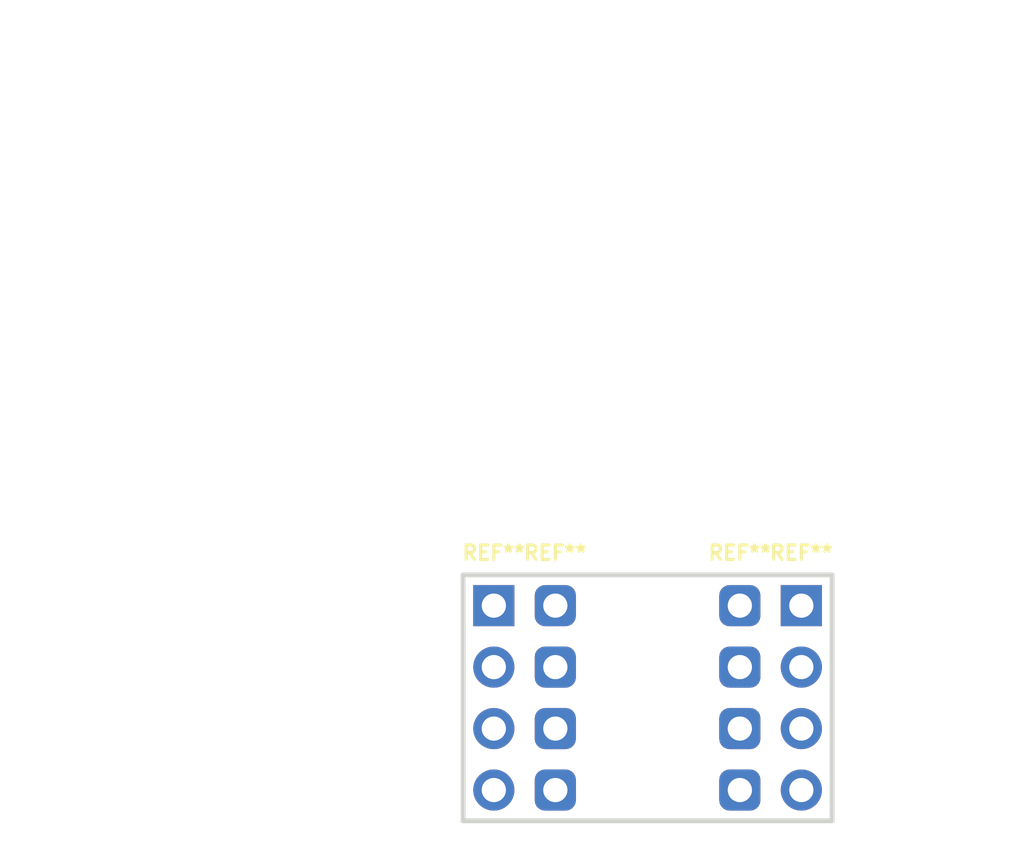
<source format=kicad_pcb>
(kicad_pcb (version 20171130) (host pcbnew "(5.0.2)-1")

  (general
    (thickness 1.6)
    (drawings 7)
    (tracks 0)
    (zones 0)
    (modules 4)
    (nets 1)
  )

  (page A4)
  (layers
    (0 F.Cu signal)
    (31 B.Cu signal)
    (32 B.Adhes user)
    (33 F.Adhes user)
    (34 B.Paste user)
    (35 F.Paste user)
    (36 B.SilkS user)
    (37 F.SilkS user)
    (38 B.Mask user)
    (39 F.Mask user)
    (40 Dwgs.User user)
    (41 Cmts.User user)
    (42 Eco1.User user)
    (43 Eco2.User user)
    (44 Edge.Cuts user)
    (45 Margin user)
    (46 B.CrtYd user)
    (47 F.CrtYd user)
    (48 B.Fab user)
    (49 F.Fab user)
  )

  (setup
    (last_trace_width 0.25)
    (trace_clearance 0.2)
    (zone_clearance 0.508)
    (zone_45_only no)
    (trace_min 0.2)
    (segment_width 0.2)
    (edge_width 0.2)
    (via_size 0.8)
    (via_drill 0.4)
    (via_min_size 0.4)
    (via_min_drill 0.3)
    (uvia_size 0.3)
    (uvia_drill 0.1)
    (uvias_allowed no)
    (uvia_min_size 0.2)
    (uvia_min_drill 0.1)
    (pcb_text_width 0.3)
    (pcb_text_size 1.5 1.5)
    (mod_edge_width 0.15)
    (mod_text_size 1 1)
    (mod_text_width 0.15)
    (pad_size 1.7 1.7)
    (pad_drill 1)
    (pad_to_mask_clearance 0.051)
    (solder_mask_min_width 0.25)
    (aux_axis_origin 0 0)
    (visible_elements 7FFFFFFF)
    (pcbplotparams
      (layerselection 0x010fc_ffffffff)
      (usegerberextensions false)
      (usegerberattributes false)
      (usegerberadvancedattributes false)
      (creategerberjobfile false)
      (excludeedgelayer true)
      (linewidth 0.050000)
      (plotframeref false)
      (viasonmask false)
      (mode 1)
      (useauxorigin false)
      (hpglpennumber 1)
      (hpglpenspeed 20)
      (hpglpendiameter 15.000000)
      (psnegative false)
      (psa4output false)
      (plotreference true)
      (plotvalue true)
      (plotinvisibletext false)
      (padsonsilk false)
      (subtractmaskfromsilk false)
      (outputformat 1)
      (mirror false)
      (drillshape 1)
      (scaleselection 1)
      (outputdirectory ""))
  )

  (net 0 "")

  (net_class Default "This is the default net class."
    (clearance 0.2)
    (trace_width 0.25)
    (via_dia 0.8)
    (via_drill 0.4)
    (uvia_dia 0.3)
    (uvia_drill 0.1)
  )

  (module SA_Connectors_Pin_Headers_THT:PinHeader_1x04_P2.54mm_Vertical_Bottom (layer F.Cu) (tedit 5C5B735F) (tstamp 5C5F0207)
    (at 160.02 96.52)
    (descr "Through hole straight pin header, 1x04, 2.54mm pitch, single row")
    (tags "Through hole pin header THT 1x04 2.54mm single row")
    (fp_text reference REF** (at 0 -2.18) (layer F.SilkS)
      (effects (font (size 0.6 0.6) (thickness 0.127)))
    )
    (fp_text value PinHeader_1x04_P2.54mm_Vertical_Bottom (at 0 9.63) (layer F.Fab)
      (effects (font (size 0.3 0.3) (thickness 0.03)))
    )
    (fp_line (start -0.635 -1.27) (end 1.27 -1.27) (layer B.Fab) (width 0.1))
    (fp_line (start 1.27 -1.27) (end 1.27 8.89) (layer B.Fab) (width 0.1))
    (fp_line (start 1.27 8.89) (end -1.27 8.89) (layer B.Fab) (width 0.1))
    (fp_line (start -1.27 8.89) (end -1.27 -0.635) (layer B.Fab) (width 0.1))
    (fp_line (start -1.27 -0.635) (end -0.635 -1.27) (layer B.Fab) (width 0.1))
    (fp_line (start -1.8 -1.8) (end -1.8 9.4) (layer F.CrtYd) (width 0.05))
    (fp_line (start -1.8 9.4) (end 1.8 9.4) (layer F.CrtYd) (width 0.05))
    (fp_line (start 1.8 9.4) (end 1.8 -1.8) (layer F.CrtYd) (width 0.05))
    (fp_line (start 1.8 -1.8) (end -1.8 -1.8) (layer F.CrtYd) (width 0.05))
    (fp_text user %R (at 0 3.81 90) (layer F.Fab)
      (effects (font (size 0.4 0.4) (thickness 0.05)))
    )
    (pad 1 thru_hole roundrect (at 0 0) (size 1.7 1.7) (drill 1) (layers *.Cu *.Mask) (roundrect_rratio 0.25))
    (pad 2 thru_hole roundrect (at 0 2.54) (size 1.7 1.7) (drill 1) (layers *.Cu *.Mask) (roundrect_rratio 0.25))
    (pad 3 thru_hole roundrect (at 0 5.08) (size 1.7 1.7) (drill 1) (layers *.Cu *.Mask) (roundrect_rratio 0.25))
    (pad 4 thru_hole roundrect (at 0 7.62) (size 1.7 1.7) (drill 1) (layers *.Cu *.Mask) (roundrect_rratio 0.25))
    (model ${SA_LIB_3DSHAPES}/Packages/PinHeader_1x04_P254mm_Vertical_Bottom.step
      (at (xyz 0 0 0))
      (scale (xyz 1 1 1))
      (rotate (xyz 0 0 0))
    )
  )

  (module SA_Connectors_Pin_Headers_THT:PinHeader_1x04_P2.54mm_Vertical_Bottom (layer F.Cu) (tedit 5C2CCACF) (tstamp 5C5F0103)
    (at 152.4 96.52)
    (descr "Through hole straight pin header, 1x04, 2.54mm pitch, single row")
    (tags "Through hole pin header THT 1x04 2.54mm single row")
    (fp_text reference REF** (at 0 -2.18) (layer F.SilkS)
      (effects (font (size 0.6 0.6) (thickness 0.127)))
    )
    (fp_text value PinHeader_1x04_P2.54mm_Vertical_Bottom (at 0 9.63) (layer F.Fab)
      (effects (font (size 0.3 0.3) (thickness 0.03)))
    )
    (fp_text user %R (at 0 3.81 90) (layer F.Fab)
      (effects (font (size 0.4 0.4) (thickness 0.05)))
    )
    (fp_line (start 1.8 -1.8) (end -1.8 -1.8) (layer F.CrtYd) (width 0.05))
    (fp_line (start 1.8 9.4) (end 1.8 -1.8) (layer F.CrtYd) (width 0.05))
    (fp_line (start -1.8 9.4) (end 1.8 9.4) (layer F.CrtYd) (width 0.05))
    (fp_line (start -1.8 -1.8) (end -1.8 9.4) (layer F.CrtYd) (width 0.05))
    (fp_line (start -1.27 -0.635) (end -0.635 -1.27) (layer B.Fab) (width 0.1))
    (fp_line (start -1.27 8.89) (end -1.27 -0.635) (layer B.Fab) (width 0.1))
    (fp_line (start 1.27 8.89) (end -1.27 8.89) (layer B.Fab) (width 0.1))
    (fp_line (start 1.27 -1.27) (end 1.27 8.89) (layer B.Fab) (width 0.1))
    (fp_line (start -0.635 -1.27) (end 1.27 -1.27) (layer B.Fab) (width 0.1))
    (pad 4 thru_hole roundrect (at 0 7.62) (size 1.7 1.7) (drill 1) (layers *.Cu *.Mask) (roundrect_rratio 0.25))
    (pad 3 thru_hole roundrect (at 0 5.08) (size 1.7 1.7) (drill 1) (layers *.Cu *.Mask) (roundrect_rratio 0.25))
    (pad 2 thru_hole roundrect (at 0 2.54) (size 1.7 1.7) (drill 1) (layers *.Cu *.Mask) (roundrect_rratio 0.25))
    (pad 1 thru_hole roundrect (at 0 0) (size 1.7 1.7) (drill 1) (layers *.Cu *.Mask) (roundrect_rratio 0.25))
    (model ${SA_LIB_3DSHAPES}/Packages/PinHeader_1x04_P254mm_Vertical_Bottom.step
      (at (xyz 0 0 0))
      (scale (xyz 1 1 1))
      (rotate (xyz 0 0 0))
    )
  )

  (module SA_Connectors_Pin_Headers_THT:PinHeader_1x04_P2.54mm_Vertical_Top (layer F.Cu) (tedit 5C2CCAE6) (tstamp 5C5F0314)
    (at 149.86 96.52)
    (descr "Through hole straight pin header, 1x04, 2.54mm pitch, single row")
    (tags "Through hole pin header THT 1x04 2.54mm single row")
    (fp_text reference REF** (at 0 -2.18) (layer F.SilkS)
      (effects (font (size 0.6 0.6) (thickness 0.127)))
    )
    (fp_text value PinHeader_1x04_P2.54mm_Vertical_Top (at 0 9.63) (layer F.Fab)
      (effects (font (size 0.3 0.3) (thickness 0.03)))
    )
    (fp_text user %R (at 0 3.81 90) (layer F.Fab)
      (effects (font (size 0.4 0.4) (thickness 0.05)))
    )
    (fp_line (start 1.8 -1.8) (end -1.8 -1.8) (layer F.CrtYd) (width 0.05))
    (fp_line (start 1.8 9.4) (end 1.8 -1.8) (layer F.CrtYd) (width 0.05))
    (fp_line (start -1.8 9.4) (end 1.8 9.4) (layer F.CrtYd) (width 0.05))
    (fp_line (start -1.8 -1.8) (end -1.8 9.4) (layer F.CrtYd) (width 0.05))
    (fp_line (start -1.27 -0.635) (end -0.635 -1.27) (layer F.Fab) (width 0.1))
    (fp_line (start -1.27 8.89) (end -1.27 -0.635) (layer F.Fab) (width 0.1))
    (fp_line (start 1.27 8.89) (end -1.27 8.89) (layer F.Fab) (width 0.1))
    (fp_line (start 1.27 -1.27) (end 1.27 8.89) (layer F.Fab) (width 0.1))
    (fp_line (start -0.635 -1.27) (end 1.27 -1.27) (layer F.Fab) (width 0.1))
    (pad 4 thru_hole oval (at 0 7.62) (size 1.7 1.7) (drill 1) (layers *.Cu *.Mask))
    (pad 3 thru_hole oval (at 0 5.08) (size 1.7 1.7) (drill 1) (layers *.Cu *.Mask))
    (pad 2 thru_hole oval (at 0 2.54) (size 1.7 1.7) (drill 1) (layers *.Cu *.Mask))
    (pad 1 thru_hole rect (at 0 0) (size 1.7 1.7) (drill 1) (layers *.Cu *.Mask))
    (model ${SA_LIB_3DSHAPES}/Packages/PinHeader_1x04_P2.54mm_Vertical_Top.step
      (at (xyz 0 0 0))
      (scale (xyz 1 1 1))
      (rotate (xyz 0 0 0))
    )
  )

  (module SA_Connectors_Pin_Headers_THT:PinHeader_1x04_P2.54mm_Vertical_Top (layer F.Cu) (tedit 5C2CCAE6) (tstamp 5C5F03AA)
    (at 162.56 96.52)
    (descr "Through hole straight pin header, 1x04, 2.54mm pitch, single row")
    (tags "Through hole pin header THT 1x04 2.54mm single row")
    (fp_text reference REF** (at 0 -2.18) (layer F.SilkS)
      (effects (font (size 0.6 0.6) (thickness 0.127)))
    )
    (fp_text value PinHeader_1x04_P2.54mm_Vertical_Top (at 0 9.63) (layer F.Fab)
      (effects (font (size 0.3 0.3) (thickness 0.03)))
    )
    (fp_text user %R (at 0 3.81 90) (layer F.Fab)
      (effects (font (size 0.4 0.4) (thickness 0.05)))
    )
    (fp_line (start 1.8 -1.8) (end -1.8 -1.8) (layer F.CrtYd) (width 0.05))
    (fp_line (start 1.8 9.4) (end 1.8 -1.8) (layer F.CrtYd) (width 0.05))
    (fp_line (start -1.8 9.4) (end 1.8 9.4) (layer F.CrtYd) (width 0.05))
    (fp_line (start -1.8 -1.8) (end -1.8 9.4) (layer F.CrtYd) (width 0.05))
    (fp_line (start -1.27 -0.635) (end -0.635 -1.27) (layer F.Fab) (width 0.1))
    (fp_line (start -1.27 8.89) (end -1.27 -0.635) (layer F.Fab) (width 0.1))
    (fp_line (start 1.27 8.89) (end -1.27 8.89) (layer F.Fab) (width 0.1))
    (fp_line (start 1.27 -1.27) (end 1.27 8.89) (layer F.Fab) (width 0.1))
    (fp_line (start -0.635 -1.27) (end 1.27 -1.27) (layer F.Fab) (width 0.1))
    (pad 4 thru_hole oval (at 0 7.62) (size 1.7 1.7) (drill 1) (layers *.Cu *.Mask))
    (pad 3 thru_hole oval (at 0 5.08) (size 1.7 1.7) (drill 1) (layers *.Cu *.Mask))
    (pad 2 thru_hole oval (at 0 2.54) (size 1.7 1.7) (drill 1) (layers *.Cu *.Mask))
    (pad 1 thru_hole rect (at 0 0) (size 1.7 1.7) (drill 1) (layers *.Cu *.Mask))
    (model ${SA_LIB_3DSHAPES}/Packages/PinHeader_1x04_P2.54mm_Vertical_Top.step
      (at (xyz 0 0 0))
      (scale (xyz 1 1 1))
      (rotate (xyz 0 0 0))
    )
  )

  (gr_text "The plug-in module shall\nbe supplied with +9V and GND,\nalong with momentary-NO contacts." (at 150.622 75.311) (layer F.Fab)
    (effects (font (size 1.5 1.5) (thickness 0.3)))
  )
  (dimension 10.16 (width 0.3) (layer F.Fab)
    (gr_text "10.160 mm" (at 169.486 100.33 270) (layer F.Fab)
      (effects (font (size 1.5 1.5) (thickness 0.3)))
    )
    (feature1 (pts (xy 163.83 105.41) (xy 167.972421 105.41)))
    (feature2 (pts (xy 163.83 95.25) (xy 167.972421 95.25)))
    (crossbar (pts (xy 167.386 95.25) (xy 167.386 105.41)))
    (arrow1a (pts (xy 167.386 105.41) (xy 166.799579 104.283496)))
    (arrow1b (pts (xy 167.386 105.41) (xy 167.972421 104.283496)))
    (arrow2a (pts (xy 167.386 95.25) (xy 166.799579 96.376504)))
    (arrow2b (pts (xy 167.386 95.25) (xy 167.972421 96.376504)))
  )
  (dimension 15.24 (width 0.3) (layer F.Fab)
    (gr_text "15.240 mm" (at 156.21 90.102) (layer F.Fab)
      (effects (font (size 1.5 1.5) (thickness 0.3)))
    )
    (feature1 (pts (xy 148.59 95.25) (xy 148.59 91.615579)))
    (feature2 (pts (xy 163.83 95.25) (xy 163.83 91.615579)))
    (crossbar (pts (xy 163.83 92.202) (xy 148.59 92.202)))
    (arrow1a (pts (xy 148.59 92.202) (xy 149.716504 91.615579)))
    (arrow1b (pts (xy 148.59 92.202) (xy 149.716504 92.788421)))
    (arrow2a (pts (xy 163.83 92.202) (xy 162.703496 91.615579)))
    (arrow2b (pts (xy 163.83 92.202) (xy 162.703496 92.788421)))
  )
  (gr_line (start 163.83 95.25) (end 163.83 105.41) (layer Edge.Cuts) (width 0.2))
  (gr_line (start 148.59 95.25) (end 163.83 95.25) (layer Edge.Cuts) (width 0.2))
  (gr_line (start 148.59 105.41) (end 148.59 95.25) (layer Edge.Cuts) (width 0.2))
  (gr_line (start 163.83 105.41) (end 148.59 105.41) (layer Edge.Cuts) (width 0.2))

)

</source>
